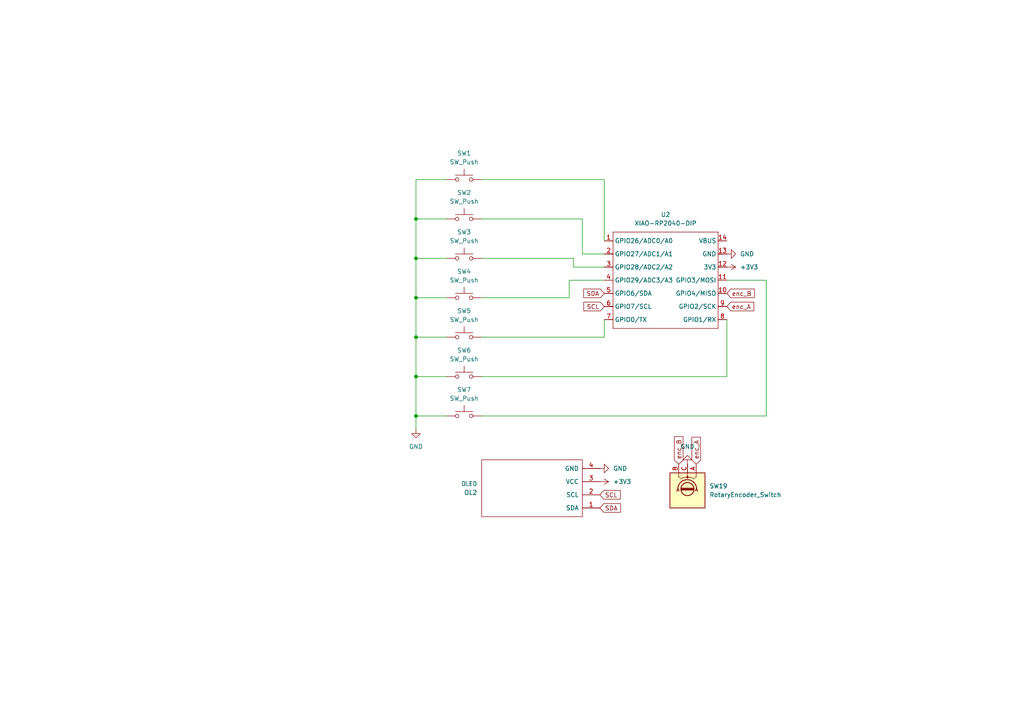
<source format=kicad_sch>
(kicad_sch (version 20250114) (generator "eeschema") (generator_version "9.0")
  (paper "A4")
  (lib_symbols
    (symbol "Device:RotaryEncoder" (pin_names (offset 0.254) (hide yes))
      (property "Reference" "SW" (at 0 6.604 0))
      (property "Value" "RotaryEncoder" (at 0 -6.604 0))
      (symbol "RotaryEncoder_0_1"
        (rectangle (start -5.08 5.08) (end 5.08 -5.08) (stroke (width 0.254)) (fill (type background)))
        (polyline (pts (xy -5.08 2.54) (xy -3.81 2.54) (xy -3.81 2.032)))
        (polyline (pts (xy -5.08 0) (xy -3.81 0) (xy -3.81 -1.016) (xy -3.302 -2.032)))
        (polyline (pts (xy -5.08 -2.54) (xy -3.81 -2.54) (xy -3.81 -2.032)))
        (polyline (pts (xy -4.318 0) (xy -3.81 0) (xy -3.81 1.016) (xy -3.302 2.032)))
        (circle (center -3.81 0) (radius 0.254) (fill (type outline)))
        (polyline (pts (xy -0.635 -1.778) (xy -0.635 1.778)) (stroke (width 0.254)))
        (circle (center -0.381 0) (radius 1.905) (stroke (width 0.254)))
        (polyline (pts (xy -0.381 -1.778) (xy -0.381 1.778)) (stroke (width 0.254)))
        (arc (start -0.381 -2.794) (mid -3.0988 -0.0635) (end -0.381 2.667) (stroke (width 0.254)))
        (polyline (pts (xy -0.127 1.778) (xy -0.127 -1.778)) (stroke (width 0.254)))
        (polyline (pts (xy 0.254 2.921) (xy -0.508 2.667) (xy 0.127 2.286)) (stroke (width 0.254)))
        (polyline (pts (xy 0.254 -3.048) (xy -0.508 -2.794) (xy 0.127 -2.413)) (stroke (width 0.254)))
      )
      (symbol "RotaryEncoder_1_1"
        (pin passive line (at -7.62 2.54 0) (length 2.54) (name "A") (number "A"))
        (pin passive line (at -7.62 0 0) (length 2.54) (name "C") (number "C"))
        (pin passive line (at -7.62 -2.54 0) (length 2.54) (name "B") (number "B"))
      )
    )
    (symbol "OTL:XIAO-RP2040-DIP"
      (property "Reference" "U" (at 0 0 0))
      (property "Value" "XIAO-RP2040-DIP" (at 5.334 -1.778 0))
      (symbol "XIAO-RP2040-DIP_1_0"
        (polyline (pts (xy -1.27 -2.54) (xy 29.21 -2.54)) (stroke (width 0.1524)))
        (polyline (pts (xy -1.27 -5.08) (xy -2.54 -5.08)) (stroke (width 0.1524)))
        (polyline (pts (xy -1.27 -5.08) (xy -1.27 -2.54)) (stroke (width 0.1524)))
        (polyline (pts (xy -1.27 -8.89) (xy -2.54 -8.89)) (stroke (width 0.1524)))
        (polyline (pts (xy -1.27 -8.89) (xy -1.27 -5.08)) (stroke (width 0.1524)))
        (polyline (pts (xy -1.27 -12.7) (xy -2.54 -12.7)) (stroke (width 0.1524)))
        (polyline (pts (xy -1.27 -12.7) (xy -1.27 -8.89)) (stroke (width 0.1524)))
        (polyline (pts (xy -1.27 -16.51) (xy -2.54 -16.51)) (stroke (width 0.1524)))
        (polyline (pts (xy -1.27 -16.51) (xy -1.27 -12.7)) (stroke (width 0.1524)))
        (polyline (pts (xy -1.27 -20.32) (xy -2.54 -20.32)) (stroke (width 0.1524)))
        (polyline (pts (xy -1.27 -24.13) (xy -2.54 -24.13)) (stroke (width 0.1524)))
        (polyline (pts (xy -1.27 -27.94) (xy -2.54 -27.94)) (stroke (width 0.1524)))
        (polyline (pts (xy -1.27 -30.48) (xy -1.27 -16.51)) (stroke (width 0.1524)))
        (polyline (pts (xy 29.21 -2.54) (xy 29.21 -5.08)) (stroke (width 0.1524)))
        (polyline (pts (xy 29.21 -5.08) (xy 29.21 -8.89)) (stroke (width 0.1524)))
        (polyline (pts (xy 29.21 -8.89) (xy 29.21 -12.7)) (stroke (width 0.1524)))
        (polyline (pts (xy 29.21 -12.7) (xy 29.21 -30.48)) (stroke (width 0.1524)))
        (polyline (pts (xy 29.21 -30.48) (xy -1.27 -30.48)) (stroke (width 0.1524)))
        (polyline (pts (xy 30.48 -5.08) (xy 29.21 -5.08)) (stroke (width 0.1524)))
        (polyline (pts (xy 30.48 -8.89) (xy 29.21 -8.89)) (stroke (width 0.1524)))
        (polyline (pts (xy 30.48 -12.7) (xy 29.21 -12.7)) (stroke (width 0.1524)))
        (polyline (pts (xy 30.48 -16.51) (xy 29.21 -16.51)) (stroke (width 0.1524)))
        (polyline (pts (xy 30.48 -20.32) (xy 29.21 -20.32)) (stroke (width 0.1524)))
        (polyline (pts (xy 30.48 -24.13) (xy 29.21 -24.13)) (stroke (width 0.1524)))
        (polyline (pts (xy 30.48 -27.94) (xy 29.21 -27.94)) (stroke (width 0.1524)))
        (pin passive line (at -3.81 -5.08 0) (length 2.54) (name "GPIO26/ADC0/A0") (number "1"))
        (pin passive line (at -3.81 -8.89 0) (length 2.54) (name "GPIO27/ADC1/A1") (number "2"))
        (pin passive line (at -3.81 -12.7 0) (length 2.54) (name "GPIO28/ADC2/A2") (number "3"))
        (pin passive line (at -3.81 -16.51 0) (length 2.54) (name "GPIO29/ADC3/A3") (number "4"))
        (pin passive line (at -3.81 -20.32 0) (length 2.54) (name "GPIO6/SDA") (number "5"))
        (pin passive line (at -3.81 -24.13 0) (length 2.54) (name "GPIO7/SCL") (number "6"))
        (pin passive line (at -3.81 -27.94 0) (length 2.54) (name "GPIO0/TX") (number "7"))
        (pin passive line (at 31.75 -5.08 180) (length 2.54) (name "VBUS") (number "14"))
        (pin passive line (at 31.75 -8.89 180) (length 2.54) (name "GND") (number "13"))
        (pin passive line (at 31.75 -12.7 180) (length 2.54) (name "3V3") (number "12"))
        (pin passive line (at 31.75 -16.51 180) (length 2.54) (name "GPIO3/MOSI") (number "11"))
        (pin passive line (at 31.75 -20.32 180) (length 2.54) (name "GPIO4/MISO") (number "10"))
        (pin passive line (at 31.75 -24.13 180) (length 2.54) (name "GPIO2/SCK") (number "9"))
        (pin passive line (at 31.75 -27.94 180) (length 2.54) (name "GPIO1/RX") (number "8"))
      )
    )
    (symbol "Switch:SW_Push" (pin_numbers (hide yes)) (pin_names (offset 1.016) (hide yes))
      (property "Reference" "SW" (at 1.27 2.54 0))
      (property "Value" "SW_Push" (at 0 -1.524 0))
      (symbol "SW_Push_0_1"
        (circle (center -2.032 0) (radius 0.508))
        (polyline (pts (xy 0 1.27) (xy 0 3.048)))
        (circle (center 2.032 0) (radius 0.508))
        (polyline (pts (xy 2.54 1.27) (xy -2.54 1.27)))
        (pin passive line (at -5.08 0 0) (length 2.54) (name "1") (number "1"))
        (pin passive line (at 5.08 0 180) (length 2.54) (name "2") (number "2"))
      )
    )
    (symbol "oled:OLED" (pin_names (offset 1.016))
      (property "Reference" "OL" (at 0 2.54 0))
      (property "Value" "OLED" (at 0 -1.27 0))
      (symbol "OLED_0_1"
        (rectangle (start -13.97 8.89) (end 15.24 -7.62))
      )
      (symbol "OLED_1_1"
        (pin bidirectional line (at -19.05 6.35 0) (length 5.08) (name "SDA") (number "1"))
        (pin bidirectional line (at -19.05 2.54 0) (length 5.08) (name "SCL") (number "2"))
        (pin power_in line (at -19.05 -1.27 0) (length 5.08) (name "VCC") (number "3"))
        (pin power_in line (at -19.05 -5.08 0) (length 5.08) (name "GND") (number "4"))
      )
    )
    (symbol "power:+3V3" (power) (pin_numbers (hide yes)) (pin_names (offset 0) (hide yes))
      (property "Value" "+3V3" (at 0 3.556 0))
      (symbol "+3V3_0_1"
        (polyline (pts (xy -0.762 1.27) (xy 0 2.54)))
        (polyline (pts (xy 0 2.54) (xy 0.762 1.27)))
        (polyline (pts (xy 0 0) (xy 0 2.54)))
      )
      (symbol "+3V3_1_1"
        (pin power_in line (at 0 0 90) (length 0) (name "~") (number "1"))
      )
    )
    (symbol "power:GND" (power) (pin_numbers (hide yes)) (pin_names (offset 0) (hide yes))
      (property "Value" "GND" (at 0 -3.81 0))
      (symbol "GND_0_1"
        (polyline (pts (xy 0 0) (xy 0 -1.27) (xy 1.27 -1.27) (xy 0 -2.54) (xy -1.27 -1.27) (xy 0 -1.27)))
      )
      (symbol "GND_1_1"
        (pin power_in line (at 0 0 270) (length 0) (name "~") (number "1"))
      )
    )
  )
  (junction (at 120.65 109.22))
  (junction (at 120.65 97.79))
  (junction (at 120.65 63.5))
  (junction (at 120.65 74.93))
  (junction (at 120.65 86.36))
  (junction (at 120.65 120.65))
  (wire (pts (xy 120.65 86.36) (xy 120.65 74.93)))
  (wire (pts (xy 222.25 120.65) (xy 222.25 81.28)))
  (wire (pts (xy 168.91 63.5) (xy 139.7 63.5)))
  (wire (pts (xy 175.26 69.85) (xy 175.26 52.07)))
  (wire (pts (xy 139.7 86.36) (xy 165.1 86.36)))
  (wire (pts (xy 120.65 120.65) (xy 120.65 109.22)))
  (wire (pts (xy 120.65 109.22) (xy 129.54 109.22)))
  (wire (pts (xy 120.65 86.36) (xy 129.54 86.36)))
  (wire (pts (xy 222.25 81.28) (xy 210.82 81.28)))
  (wire (pts (xy 168.91 73.66) (xy 168.91 63.5)))
  (wire (pts (xy 139.7 52.07) (xy 175.26 52.07)))
  (wire (pts (xy 120.65 52.07) (xy 129.54 52.07)))
  (wire (pts (xy 120.65 74.93) (xy 129.54 74.93)))
  (wire (pts (xy 120.65 63.5) (xy 120.65 52.07)))
  (wire (pts (xy 120.65 74.93) (xy 120.65 63.5)))
  (wire (pts (xy 175.26 73.66) (xy 168.91 73.66)))
  (wire (pts (xy 120.65 120.65) (xy 129.54 120.65)))
  (wire (pts (xy 120.65 124.46) (xy 120.65 120.65)))
  (wire (pts (xy 120.65 97.79) (xy 120.65 86.36)))
  (wire (pts (xy 139.7 120.65) (xy 222.25 120.65)))
  (wire (pts (xy 139.7 74.93) (xy 166.37 74.93)))
  (wire (pts (xy 139.7 109.22) (xy 210.82 109.22)))
  (wire (pts (xy 165.1 86.36) (xy 165.1 81.28)))
  (wire (pts (xy 175.26 92.71) (xy 175.26 97.79)))
  (wire (pts (xy 175.26 97.79) (xy 139.7 97.79)))
  (wire (pts (xy 120.65 97.79) (xy 129.54 97.79)))
  (wire (pts (xy 120.65 109.22) (xy 120.65 97.79)))
  (wire (pts (xy 120.65 63.5) (xy 129.54 63.5)))
  (wire (pts (xy 165.1 81.28) (xy 175.26 81.28)))
  (wire (pts (xy 166.37 74.93) (xy 166.37 77.47)))
  (wire (pts (xy 166.37 77.47) (xy 175.26 77.47)))
  (wire (pts (xy 210.82 109.22) (xy 210.82 92.71)))
  (global_label "SDA" (shape input) (at 173.99 147.32 0) (property "Intersheetrefs" "${INTERSHEET_REFS}" (effects (hide yes))))
  (global_label "SDA" (shape input) (at 175.26 85.09 180) (property "Intersheetrefs" "${INTERSHEET_REFS}" (effects (hide yes))))
  (global_label "enc_A" (shape input) (at 210.82 88.9 0) (property "Intersheetrefs" "${INTERSHEET_REFS}" (effects (hide yes))))
  (global_label "enc_A" (shape input) (at 201.93 134.62 90) (property "Intersheetrefs" "${INTERSHEET_REFS}" (effects (hide yes))))
  (global_label "SCL" (shape input) (at 175.26 88.9 180) (property "Intersheetrefs" "${INTERSHEET_REFS}" (effects (hide yes))))
  (global_label "SCL" (shape input) (at 173.99 143.51 0) (property "Intersheetrefs" "${INTERSHEET_REFS}" (effects (hide yes))))
  (global_label "enc_B" (shape input) (at 210.82 85.09 0) (property "Intersheetrefs" "${INTERSHEET_REFS}" (effects (hide yes))))
  (global_label "enc_B" (shape input) (at 196.85 134.62 90) (property "Intersheetrefs" "${INTERSHEET_REFS}" (effects (hide yes))))
  (symbol (lib_id "Switch:SW_Push") (at 134.62 109.22 0) (unit 1)
    (property "Reference" "SW6" (at 134.62 101.6 0))
    (property "Value" "SW_Push" (at 134.62 104.14 0))
    (property "Footprint" "Button_Switch_Keyboard:SW_Cherry_MX_1.00u_PCB" (effects (hide yes)))
    (property "Description" "Push button switch, generic, two pins" (effects (hide yes)))
  )
  (symbol (lib_id "OTL:XIAO-RP2040-DIP") (at 179.07 64.77 0) (unit 1)
    (property "Reference" "U2" (at 193.04 62.23 0))
    (property "Value" "XIAO-RP2040-DIP" (at 193.04 64.77 0))
    (property "Footprint" "OPL:XIAO-RP2040-DIP" (effects (hide yes)))
  )
  (symbol (lib_id "power:GND") (at 199.39 134.62 180) (unit 1)
    (property "Reference" "#PWR08" (effects (hide yes)))
    (property "Value" "GND" (at 199.39 129.54 0))
    (property "Description" "Power symbol creates a global label with name \"GND\" , ground" (effects (hide yes)))
  )
  (symbol (lib_id "power:GND") (at 210.82 73.66 90) (unit 1)
    (property "Reference" "#PWR01" (effects (hide yes)))
    (property "Value" "GND" (at 214.63 73.6599 90) (effects (justify right)))
    (property "Description" "Power symbol creates a global label with name \"GND\" , ground" (effects (hide yes)))
  )
  (symbol (lib_id "Switch:SW_Push") (at 134.62 52.07 0) (unit 1)
    (property "Reference" "SW1" (at 134.62 44.45 0))
    (property "Value" "SW_Push" (at 134.62 46.99 0))
    (property "Footprint" "Button_Switch_Keyboard:SW_Cherry_MX_1.00u_PCB" (effects (hide yes)))
    (property "Description" "Push button switch, generic, two pins" (effects (hide yes)))
  )
  (symbol (lib_id "power:GND") (at 120.65 124.46 0) (unit 1)
    (property "Reference" "#PWR03" (effects (hide yes)))
    (property "Value" "GND" (at 120.65 129.54 0))
    (property "Description" "Power symbol creates a global label with name \"GND\" , ground" (effects (hide yes)))
  )
  (symbol (lib_id "power:+3V3") (at 173.99 139.7 270) (unit 1)
    (property "Reference" "#PWR06" (effects (hide yes)))
    (property "Value" "+3V3" (at 177.8 139.7001 90) (effects (justify left)))
    (property "Description" "Power symbol creates a global label with name \"+3V3\"" (effects (hide yes)))
  )
  (symbol (lib_id "Device:RotaryEncoder") (at 199.39 142.24 270) (unit 1)
    (property "Reference" "SW19" (at 205.74 140.9699 90) (effects (justify left)))
    (property "Value" "RotaryEncoder_Switch" (at 205.74 143.5099 90) (effects (justify left)))
    (property "Footprint" "Rotary_Encoder:RotaryEncoder_Alps_EC11E_Vertical_H20mm_CircularMountingHoles" (effects (hide yes)))
    (property "Description" "Rotary encoder, dual channel, incremental quadrate outputs" (effects (hide yes)))
  )
  (symbol (lib_id "Switch:SW_Push") (at 134.62 86.36 0) (unit 1)
    (property "Reference" "SW4" (at 134.62 78.74 0))
    (property "Value" "SW_Push" (at 134.62 81.28 0))
    (property "Footprint" "Button_Switch_Keyboard:SW_Cherry_MX_1.00u_PCB" (effects (hide yes)))
    (property "Description" "Push button switch, generic, two pins" (effects (hide yes)))
  )
  (symbol (lib_id "Switch:SW_Push") (at 134.62 97.79 0) (unit 1)
    (property "Reference" "SW5" (at 134.62 90.17 0))
    (property "Value" "SW_Push" (at 134.62 92.71 0))
    (property "Footprint" "Button_Switch_Keyboard:SW_Cherry_MX_1.00u_PCB" (effects (hide yes)))
    (property "Description" "Push button switch, generic, two pins" (effects (hide yes)))
  )
  (symbol (lib_id "Switch:SW_Push") (at 134.62 63.5 0) (unit 1)
    (property "Reference" "SW2" (at 134.62 55.88 0))
    (property "Value" "SW_Push" (at 134.62 58.42 0))
    (property "Footprint" "Button_Switch_Keyboard:SW_Cherry_MX_1.00u_PCB" (effects (hide yes)))
    (property "Description" "Push button switch, generic, two pins" (effects (hide yes)))
  )
  (symbol (lib_id "Switch:SW_Push") (at 134.62 74.93 0) (unit 1)
    (property "Reference" "SW3" (at 134.62 67.31 0))
    (property "Value" "SW_Push" (at 134.62 69.85 0))
    (property "Footprint" "Button_Switch_Keyboard:SW_Cherry_MX_1.00u_PCB" (effects (hide yes)))
    (property "Description" "Push button switch, generic, two pins" (effects (hide yes)))
  )
  (symbol (lib_id "oled:OLED") (at 154.94 140.97 180) (unit 1)
    (property "Reference" "OL2" (at 138.43 142.875 0) (effects (font (size 1.2954 1.2954)) (justify left)))
    (property "Value" "OLED" (at 138.43 140.335 0) (effects (font (size 1.1938 1.1938)) (justify left)))
    (property "Footprint" "oled:SSD1306-0.91-OLED-4pin-128x32" (effects (hide yes)))
  )
  (symbol (lib_id "Switch:SW_Push") (at 134.62 120.65 0) (unit 1)
    (property "Reference" "SW7" (at 134.62 113.03 0))
    (property "Value" "SW_Push" (at 134.62 115.57 0))
    (property "Footprint" "Button_Switch_Keyboard:SW_Cherry_MX_1.00u_PCB" (effects (hide yes)))
    (property "Description" "Push button switch, generic, two pins" (effects (hide yes)))
  )
  (symbol (lib_id "power:GND") (at 173.99 135.89 90) (unit 1)
    (property "Reference" "#PWR07" (effects (hide yes)))
    (property "Value" "GND" (at 177.8 135.8899 90) (effects (justify right)))
    (property "Description" "Power symbol creates a global label with name \"GND\" , ground" (effects (hide yes)))
  )
  (symbol (lib_id "power:+3V3") (at 210.82 77.47 270) (unit 1)
    (property "Reference" "#PWR02" (effects (hide yes)))
    (property "Value" "+3V3" (at 214.63 77.4701 90) (effects (justify left)))
    (property "Description" "Power symbol creates a global label with name \"+3V3\"" (effects (hide yes)))
  )
)
</source>
